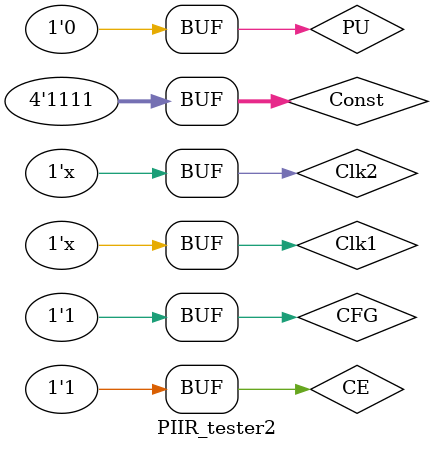
<source format=v>
/*
(Main Module)
Organizes/calls the hierarchies of sub-modules in our final design.
Has state information and handles all the pause/setup info.

Inputs:
=======
AD - Address Data
CE - Chip Enable bit
PU - Pause
Clk1/Clk2 - Clocks
Const - Constants describing states
CFG - Configure Mode bit

Outputs:
========
AD - Address Data
ALE - Address Latch Enable
RD - Read bit
WR - Write bit

Other:
======
a1 - first feedback coefficient
a2 - second feedback coefficient
b0 - first feedforward coefficient
b1 - second feedforward coefficient
b2 - third feedforward coefficient
devAddr - address of input/output
px - first previous value of x
ppx - second previous value of x
py - first previous value of y
ppy - second previous value of y
y - PIIR Filter output value (fed back into, hence IR in PIIR)
setx - input term going into filter
config_flag - signals when to config
*/

module PIIR( inout [15:0] AD, output ALE, output RD, output WR, input CE, input PU, input Clk1, input Clk2,
            input [3:0] Const, input CFG);

wire[15:0] a1,a2,b0,b1,b2, devAddr ,px,ppx,py,ppy, y, setx;
wire config_flag;

assign AD = (ALE)? devAddr: ((WR)? y:16'bz);

configure_mode conf(Clk2, CFG, Const, AD, a1, a2, b0, b1, b2, py, ppy, px, ppx, setx, devAddr, CE, y, RD, config_flag);
run_forest_run runner(config_flag, RD, WR, ALE, PU, CFG, Clk1, Clk2, setx, y, px, ppx, py, ppy, a1, a2, b0, b1, b2, CE);
endmodule

/*
(Fixed-point Adder)
Adds two 16-bit fixed-point numbers(Signed magnitude not 2's complement.).

Inputs:
=======
in1 - Input 1
in2 - Input 2

Outputs:
========
Sum - in1+in2

Other:
======
temp1 - Holds least significant 15 bits of in1, and used for calculations.
temp2 - Hold least significant 15 bits of in2, and used for calculations.
*/

module adder(sum,in1,in2);
 
 output reg [15:0] sum;
 
 input [15:0] in1,in2;
 wire [14:0] temp1,temp2;
 
 assign temp1= in1[14:0];
 assign temp2= in2[14:0];
 
 always @( in1, in2)
 begin
   case({in1[15],in2[15]})
     
   2'b00 : begin
              sum[14:0] = temp1+temp2;
              sum = {1'b0,sum[14:0]};
           end
   2'b01 : begin
            if(temp1>=temp2)
            sum = {1'b0,(temp1-temp2)};
            else
            sum = {1'b1,(temp2-temp1)};        
           end
   2'b10:  begin
             if(temp1>temp2)
            sum = {1'b1,(temp1-temp2)};
            else
            sum = {1'b0,(temp2-temp1)};
           end        
   2'b11 : begin
              sum[14:0] = temp1+temp2;
              sum = {1'b1,sum[14:0]};
           end
   endcase
 end  

endmodule


/*
(Configure Mode)
Module is called from within PIIR to set up intial state information. 

Inputs:
=======
cfg - Configure Mode bit
CE - Chip Enable bit
RD - Read bit
config_flag - Boolean value used to determine when the PIIR should configure
y - PIIR Filter output value (fed back into, hence IR in PIIR)
constant - Constants describing state
address - Address Data
clk - Clock 2

Outputs:
========
a_one - first feedback coefficient
a_two - second feedback coefficient
b_zero - first feedforward coefficient
b_one - second feedforward coefficient
b_two - third feedforward coefficient
prev_y - first previous value of y
pprev_y - second previous value of y
prev_x - first previous value of x
pprev_x - second previous value of x
x - input term going into filter
devAddr - address of input/output
*/
module configure_mode(clk,cfg,constant,address,a_one, a_two,b_zero,b_one, b_two,prev_y,pprev_y, prev_x,pprev_x,x,devAddr, CE, y, RD, config_flag);

input cfg, CE, RD,config_flag;
input [15:0] y;
input [3:0] constant;
inout [15:0] address;
input clk;


output reg [15:0] a_one, a_two,b_zero,b_one, b_two,prev_y,pprev_y, prev_x,pprev_x,x,devAddr;

always@(posedge clk) //cfg instead of clk?
begin
  if(!cfg && CE) begin
  case(constant)
        
    //zero
     4'b0000: begin
                  a_one   <= a_one;
                  a_two   <= a_two;
                  b_zero  <= b_zero;
                  b_one   <= b_one;
                  b_two   <= b_two;
                  prev_y  <= prev_y;
                  pprev_y <= pprev_y;
                  prev_x  <= prev_x;
                  pprev_x <= pprev_x;
                  x       <= x;
                  devAddr <= devAddr;
                  end

    //one
     4'b0001: begin
                  a_one   <= {~address[15], address[14:0]};
                  //a_one   <= address;
                  a_two   <= a_two;
                  b_zero  <= b_zero;
                  b_one   <= b_one;
                  b_two   <= b_two;
                  prev_y  <= prev_y;
                  pprev_y <= pprev_y;
                  prev_x  <= prev_x;
                  pprev_x <= pprev_x;
                  x       <= x;
                  devAddr <= devAddr;
                  end
                  
    //two
    4'b0010: begin
                  a_one   <= a_one;
                  a_two   <= {~address[15], address[14:0]};
                  //a_two   <= address;
                  b_zero  <= b_zero;
                  b_one   <= b_one;
                  b_two   <= b_two;
                  prev_y  <= prev_y;
                  pprev_y <= pprev_y;
                  prev_x  <= prev_x;
                  pprev_x <= pprev_x;
                  x       <= x;
                  devAddr <= devAddr;
                  end



    // five
    4'b0101: begin
                  a_one   <= a_one;
                  a_two   <= a_two;
                  b_zero  <= b_zero;
                  b_one   <= b_one;
                  b_two   <= b_two;
                  prev_y<= address;
                  pprev_y <= pprev_y;
                  prev_x  <= prev_x;
                  pprev_x <= pprev_x;
                  x       <= x;
                  devAddr <= devAddr;
                  end

    //six
     4'b0110: begin
                  a_one   <= a_one;
                  a_two   <= a_two;
                  b_zero  <= b_zero;
                  b_one   <= b_one;
                  b_two   <= b_two;
                  prev_y  <= prev_y;
                  pprev_y <= address;
                  prev_x  <= prev_x;
                  pprev_x <= pprev_x;
                  x       <= x;
                  devAddr <= devAddr;
                  end
    
    //eight
    4'b1000: begin
                  a_one   <= a_one;
                  a_two   <= a_two;
                  b_zero  <= address;
                  b_one   <= b_one;
                  b_two   <= b_two;
                  prev_y  <= prev_y;
                  pprev_y <= pprev_y;
                  prev_x  <= prev_x;
                  pprev_x <= pprev_x;
                  x       <= x;
                  devAddr <= devAddr;
                  end
    
    //nine              
    4'b1001: begin
                  a_one   <= a_one;
                  a_two   <= a_two;
                  b_zero  <= b_zero;
                  b_one   <= address;
                  b_two   <= b_two;
                  prev_y  <= prev_y;
                  pprev_y <= pprev_y;
                  prev_x  <= prev_x;
                  pprev_x <= pprev_x;
                  x       <= x;
                  devAddr <= devAddr;
                  end

    //ten                  
    4'b1010: begin
                  a_one   <= a_one;
                  a_two   <= a_two;
                  b_zero  <= b_zero;
                  b_one   <= b_one;
                  b_two   <= address;
                  prev_y  <= prev_y;
                  pprev_y <= pprev_y;
                  prev_x  <= prev_x;
                  pprev_x <= pprev_x;
                  x       <= x;
                  devAddr <= devAddr;
                  end
                  
    // twelve
    4'b1100: begin
                  a_one   <= a_one;
                  a_two   <= a_two;
                  b_zero  <= b_zero;
                  b_one   <= b_one;
                  b_two   <= b_two;
                  prev_y  <= prev_y;
                  pprev_y <= pprev_y;
                  prev_x  <= prev_x;
                  pprev_x <= pprev_x;
                  x       <= address;
                  devAddr <= devAddr;
                  end
    
    // thirteen
    4'b1101: begin
                  a_one   <= a_one;
                  a_two   <= a_two;
                  b_zero  <= b_zero;
                  b_one   <= b_one;
                  b_two   <= b_two;
                  prev_y  <= prev_y;
                  pprev_y <= pprev_y;
                  prev_x  <= address;
                  pprev_x <= pprev_x;
                  x       <= x;
                  devAddr <= devAddr;
                  end

    // fourteen                  
    4'b1110: begin
                  a_one   <= a_one;
                  a_two   <= a_two;
                  b_zero  <= b_zero;
                  b_one   <= b_one;
                  b_two   <= b_two;
                  prev_y  <= prev_y;
                  pprev_y <= pprev_y;
                  prev_x  <= prev_x;
                  pprev_x <= address;
                  x       <= x;
                  devAddr <= devAddr;
                  end
  
    //fifteen
    4'b1111: begin
                  a_one   <= a_one;
                  a_two   <= a_two;
                  b_zero  <= b_zero;
                  b_one   <= b_one;
                  b_two   <= b_two;
                  prev_y  <= prev_y;
                  pprev_y <= pprev_y;
                  prev_x  <= prev_x;
                  pprev_x <= pprev_x;
                  x       <= x;
                  devAddr <= address;
                  end

    default     : begin
                  a_one   <= a_one;
                  a_two   <= a_two;
                  b_zero  <= b_zero;
                  b_one   <= b_one;
                  b_two   <= b_two;
                  prev_y  <= prev_y;
                  pprev_y <= pprev_y;
                  prev_x  <= prev_x;
                  pprev_x <= pprev_x;
                  x       <= x;
                  devAddr <= devAddr;
                  end           
  endcase
  end else begin
    if(RD & ~config_flag) begin
      a_one   <= a_one;
      a_two   <= a_two;
      b_zero  <= b_zero;
      b_one   <= b_one;
      b_two   <= b_two;
      prev_y  <= y;
      pprev_y <= prev_y;
      prev_x  <= x;
      pprev_x <= prev_x;
      x       <= address;
      devAddr <= devAddr;
    
    end else begin
      a_one   <= a_one;
      a_two   <= a_two;
      b_zero  <= b_zero;
      b_one   <= b_one;
      b_two   <= b_two;
      prev_y  <= prev_y;
      pprev_y <= pprev_y;
      prev_x  <= prev_x;
      pprev_x <= pprev_x;
      x       <= x;
      devAddr <= devAddr;   
      
    end
  end      
end  

endmodule


/*
(Multiply Accumulator)
Used to model PIIR Filter function.
Iterates through inputs multiplying them and accumulating the values they generate..
Used for pipelining design and reducing the overall number of hardware adders/multipliers we need.

Inputs:
=======
cfg - Configure Mode bit
CE - Chip Enable bit
RD - Read bit
config_flag - Boolean value used to determine when the PIIR should configure
y - PIIR Filter output value (fed back into, hence IR in PIIR)
constant - Constants describing state
address - Address Data
clk - Clock 2

Outputs:
========
a_one - first feedback coefficient
a_two - second feedback coefficient
b_zero - first feedforward coefficient
b_one - second feedforward coefficient
b_two - third feedforward coefficient
prev_y - first previous value of y
pprev_y - second previous value of y
prev_x - first previous value of x
pprev_x - second previous value of x
x - input term going into filter
devAddr - address of input/output
*/
module mac_work(input clk,rst,input[15:0]a1,a2,b1,b2,b0,py,ppy,x,px,ppx,output reg [15:0] answer,
                                                                  output reg done);
  
  reg [15:0]sum;
  reg[15:0] add1;
  wire [2:0] next;
  reg[2:0] state;
  reg [15:0] a, b;
  wire [15:0] mult1, add2;
 
  multiplier m1(mult1,a,b);
  adder adder2(add2, add1, mult1);
  
  
  always@(state)
  begin
	  if(rst || state == 3'd0) add1 = 15'd0;
	  else add1 = add2;  
  end  
  
  //next state logic
  assign next =(rst)? 3'd0: ((state == 3'd5)?3'd0:state+1);
  
  // laoding answer once we are done
  always@(posedge clk)
  begin
  if(state == 3'd5)
    answer <= sum;
  else 
    answer <= answer;
  end
  
  // state transitions
  always@(posedge clk)begin
    state <= next;  
    sum <= add2;
  end
  
  //output logic  
  always@(state)begin 
    
    case(state)     

      3'd0: begin 
        a = a1;
        b = py;
        done =1'b0;  
      end
      3'd1: begin 
        a = a2;
        b = ppy;
        done=1'b0;
      end
      3'd2: begin 
        a = b1; 
        b = px;
        done =1'b0; 
      end
      
      3'd3: begin
        a = b2;
        b= ppx;
      done = 1'b0;
      end
      
       3'd4: begin 
        a = x;
        b = b0;
        done =1'b0;
      end
      3'd5: begin 
	a=16'hxxxx;
        b=16'hxxxx;
        done=1'b1;
      end
          
    default: begin 
        a=16'hxxxx;
        b=16'hxxxx;
        done =1'bx;
      end  
    endcase
  end 
  
endmodule


/*
(Fixed-point Multiplier)
Multiplies two 16-bit fixed-point numbers.

Inputs:
=======
in1 - Input 1
in2 - Input 2

Outputs:
========
Product - in1*in2

Other:
======
temp - Temporary variable. Holds the value of temp1*temp2.
temp1 - Temporary variable. Value varies.
temp2 - Temporary variable. Value varies.
endTemp - Temporary variable. Used in intermediate calculation of product.
*/
module multiplier(product,in1,in2);
 
 reg [31:0] temp;
 output reg [15:0] product;
 reg [15:0] temp1, temp2, endTemp;
 input [15:0] in1,in2;
 
 always @( in1, in2)
 begin
  if(in1[15])
    temp1 = {~in1[15], in1[14:0]};
  else
    temp1 = in1;
    
    
  if(in2[15])
    temp2 = {~in2[15], in2[14:0]};
  else
    temp2 = in2;
    
  temp = temp2 * temp1;
  endTemp = temp>>15;
  if(in1[15] ^ in2[15])
    product = {~endTemp[15], endTemp[14:0]};
  else
    product = endTemp;
  
  
 end  
  
endmodule



/*
(Run-time Module) Parameters { ALE_STATE, PAUSED, READ, MATH, WRITE, CONFIG }
When PIIR Filter is in run-mode.
Performs shifting of states and handles operations necessary for PIIR Filter to function correctly.

Inputs:
=======
a1 - first feedback coefficient
a2 - second feedback coefficient
b0 - first feedforward coefficient
b1 - second feedforward coefficient
b2 - third feedforward coefficient
x - input term going into filter
prev_x - first previous value of x
pprev_x - second previous value of x
prev_y - first previous value of y
pprev_y - second previous value of y
pu - Pause Mode bit
cfg - Configure bit
clk1 - Clock 1
clk2 - Clock 2
CE - Chip Enable

Outputs:
========
rd,wr,ale,config_flag
y - PIIR Filter output value (fed back into, hence IR in PIIR)

Other:
======
state - Current state value
next_state - Next state value
done - Boolean value that signals completion of operations
outputOfAll - Output of MAC
*/

module run_forest_run(config_flag,rd,wr,ale,pu,cfg,clk1,clk2,x,y,px,ppx,py,ppy,a1,a2,b0,b1,b2,CE);

  reg[2:0] state, next_state;

  wire done;
  output reg rd,wr,ale,config_flag;
  output reg [15:0]y;
  input [15:0] a1,a2,b0,b1,b2,x,px,ppx,py,ppy;
  input pu,cfg,clk1,clk2, CE; //pu is active high, cfg is active low
  
  wire [15:0]outputOfAll;
  
  parameter ALE_STATE  = 3'd0,// Ale is high
            PAUSED =3'd1,// Paused state
            READ =3'd2,// Read is high 
            MATH =3'd3, //does math in this state 
            WRITE=3'd4,//Write is high  
            CONFIG = 3'd5; // Config state
  
  // next state and falg logic, fsm logic in report pdf
  always @(cfg,pu,rd,ale,wr,done)
  begin
  
  if(!cfg) next_state = CONFIG;
  
  else 
    begin
    if(pu) next_state = PAUSED;
    
    else
    begin
      case(state)
        3'b000: begin next_state = READ;
        if(config_flag) 
        config_flag=1'b1;
        else
        config_flag= 1'b0;
        end
         
        3'b001: begin next_state = READ;if(config_flag) 
        config_flag=1'b1;
        else
        config_flag= 1'b0;
        end
         
        3'b010: begin next_state = MATH;
                    if(config_flag) 
        config_flag=1'b1;
        else
        config_flag= 1'b0;
        end
          
        3'b011: begin if(done) next_state = WRITE; 
                      else next_state = MATH; 
                      
                      config_flag = 1'b0;
                      end
                      
        3'b100: begin next_state = ALE_STATE; 
                if(config_flag) 
                config_flag=1'b1;
                else
                config_flag= 1'b0;
                end
                
        3'b101: begin next_state = ALE_STATE;
                      config_flag =1'b1;end
                        
        default :begin next_state = 3'bxxx;
        
        if(config_flag) 
        config_flag=1'b1;
        else
        config_flag= 1'b0;end
    endcase
    end  
       
    end 
     
  end
  

  always @(posedge clk1)
  begin
    if(CE)
      state <= next_state;
  end  
  
  always @(posedge clk1)
  begin
      if(state == WRITE)
        y <= outputOfAll;
      else
        y <= y;
  end
   
  //state transitions and outputs
  always @(state,cfg) 
  begin
    case(state)  
      
      ALE_STATE: begin 
                rd=1'b0; 
                ale=1'b1; 
                wr=1'b0;
                end    
  
      CONFIG: begin wr=1'b0; rd=1'b1; ale=1'b0; end
     
      PAUSED: begin rd=1'b0; ale=1'b0; wr=1'b0;end //pause

      READ: begin ale=1'b0; rd=1'b1; wr=1'b0; end // read
      
      WRITE: begin wr=1'b1; rd=1'b0; ale=1'b0; end//write
      
      MATH : begin wr=1'b0; rd=1'b0; ale=1'b0;end //math
      
      default: begin rd=1'b0; ale=1'b0; wr=1'b0;end
    endcase  
  end
  
mac_work please_work(clk1,rd,a1,a2,b1,b2,b0,py,ppy,x,px,ppx,outputOfAll,done);
    
endmodule     


// test becnch
module PIIR_tester2();
  wire [15:0] AD;
  reg[5:0] count;
  reg [15:0] inputValue;
  wire ALE, RD, WR;
  reg CE, PU, Clk1, Clk2, CFG;
  reg [3:0] Const;
  reg [15:0] values [34:0];
  PIIR p(AD, ALE, RD, WR, CE, PU, Clk1, Clk2, Const, CFG);
  
  assign AD = (RD | ~CFG)? inputValue : 16'bz;
  
  initial begin
//  CE = 
  count = 0;
  values[0] = 16'hd609;
  values[1] = 16'h8465;
  values[2] = 16'h5212;
  values[3] = 16'he301;
  values[4] = 16'hcd0d;
  values[5] = 16'hf176;
  values[6] = 16'hcd3d;
  values[7] = 16'h57ed;
  values[8] = 16'hf78c;  
  values[9] = 16'he9f9;
  values[10]= 16'h24c6;      
  values[11]= 16'h84c5;     
  values[12]= 16'hd2aa;      
  values[13]= 16'hf7e5;      
  values[14]= 16'h7277;  
  values[15]= 16'hd612;      
  values[16]= 16'hdb8f;      
  values[17]= 16'h69f2;      
  values[18]= 16'h96ce;      
  values[19]= 16'h7ae8;      
  values[20]= 16'h4ec5;  
  values[21]= 16'h495c;      
  values[22]= 16'h28bd;      
  values[23]= 16'h582d;      
  values[24]= 16'h2665;      
  values[25]= 16'h6263;  
  values[26]= 16'h870a;   
  values[27]= 16'h2280;      
  values[28]= 16'h2120;      
  values[29]= 16'h45aa;      
  values[30]= 16'hcc9d;  
  values[31]= 16'h3e96;      
  values[32]= 16'hb813;      
  values[33]= 16'h380d;      
  values[34]= 16'hd653;      
  values[35]= 16'hdd6b;    
  

  PU = 0;
  CE = 1;
  Clk1 = 0;
  Clk2 = 0;
  CFG = 0;
  inputValue = 16'h1000;
  #20
  Const = 4'b0001; //A1
  #40 
  CFG = 0;
  Const = 4'b0010; //A2
  inputValue = 16'h9000;
  #40 
  CFG = 0; 
  Const = 4'b0101; //y(-t)
  inputValue = 16'h3524;
  #40
  CFG = 0;
  Const = 4'b0110; //y(-2t)
  inputValue = 16'h5e81;
  #40
  CFG = 0; //b0
  Const = 4'b1000;
  inputValue = 16'h9000;
  #40  
  CFG = 0;
  Const = 4'b1001; //b1
  inputValue = 16'h1000;
  #40 
  CFG = 0;
  Const = 4'b1010; //b2
  inputValue = 16'h9000;
  #40 
  CFG = 0;
  Const = 4'b1100; //x
  inputValue = 16'hd609;
  #40 
  CFG = 0;
  Const = 4'b1101; //x(-t)
  inputValue = 16'h5663;
  #40 
  CFG = 0;
  Const = 4'b1110; //x(-2t)
  inputValue = 16'h7b0d;
  #40
  CFG = 0;
  Const = 4'b1111;
  inputValue = 16'h998d;
  #40
  CFG = 1;
  end
  
  always@(posedge RD) begin
    if(RD && CFG) begin
      //inputValue = $random;
      inputValue = values[count];
      if(count < 34)
        count = count + 1;
      else
        count = 0;
    end
  end
  
  always begin
    #10 Clk1 = !Clk1;
    #10 Clk1 = !Clk1;
    #10 Clk2 = !Clk2;
    #10 Clk2 = !Clk2;
  end
  
endmodule


</source>
